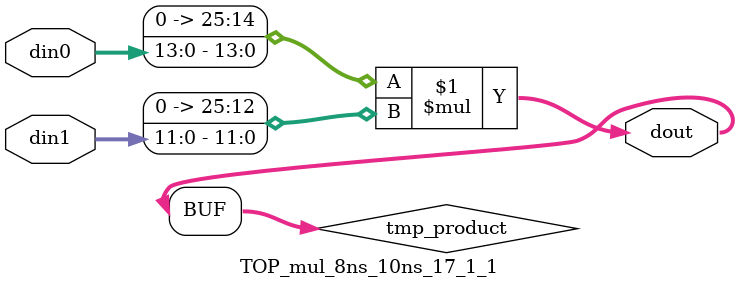
<source format=v>

`timescale 1 ns / 1 ps

  module TOP_mul_8ns_10ns_17_1_1(din0, din1, dout);
parameter ID = 1;
parameter NUM_STAGE = 0;
parameter din0_WIDTH = 14;
parameter din1_WIDTH = 12;
parameter dout_WIDTH = 26;

input [din0_WIDTH - 1 : 0] din0; 
input [din1_WIDTH - 1 : 0] din1; 
output [dout_WIDTH - 1 : 0] dout;

wire signed [dout_WIDTH - 1 : 0] tmp_product;










assign tmp_product = $signed({1'b0, din0}) * $signed({1'b0, din1});











assign dout = tmp_product;







endmodule

</source>
